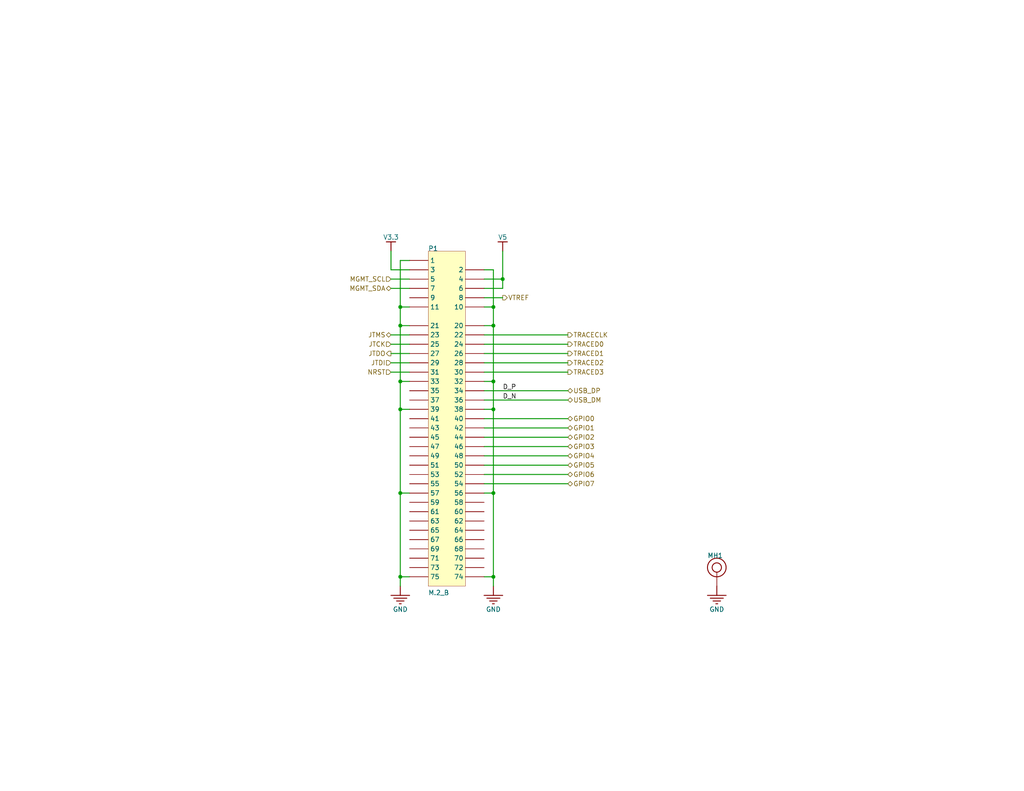
<source format=kicad_sch>
(kicad_sch (version 20231120) (generator "eeschema") (generator_version "8.0")
  (paper "A")
  (lib_symbols
    (symbol "target-altium-import:GND_POWER_GROUND" (power)
      (property "Reference" "#PWR" (at 0 0 0))
      (property "Value" "GND" (at 0 6.35 0))
      (symbol "GND_POWER_GROUND_0_0"
        (polyline (pts (xy -2.54 -2.54) (xy 2.54 -2.54)) (stroke (width 0.254)))
        (polyline (pts (xy -1.778 -3.302) (xy 1.778 -3.302)) (stroke (width 0.254)))
        (polyline (pts (xy -1.016 -4.064) (xy 1.016 -4.064)) (stroke (width 0.254)))
        (polyline (pts (xy -0.254 -4.826) (xy 0.254 -4.826)) (stroke (width 0.254)))
        (polyline (pts (xy 0 0) (xy 0 -2.54)) (stroke (width 0.254)))
        (pin power_in line (at 0 0 0) (length 0) hide (name "GND") (number ""))
      )
    )
    (symbol "target-altium-import:V3.3_BAR" (power)
      (property "Reference" "#PWR" (at 0 0 0))
      (property "Value" "V3.3" (at 0 3.81 0))
      (symbol "V3.3_BAR_0_0"
        (polyline (pts (xy -1.27 -2.54) (xy 1.27 -2.54)) (stroke (width 0.254)))
        (polyline (pts (xy 0 0) (xy 0 -2.54)) (stroke (width 0.254)))
        (pin power_in line (at 0 0 0) (length 0) hide (name "V3.3") (number ""))
      )
    )
    (symbol "target-altium-import:V5_BAR" (power)
      (property "Reference" "#PWR" (at 0 0 0))
      (property "Value" "V5" (at 0 3.81 0))
      (symbol "V5_BAR_0_0"
        (polyline (pts (xy -1.27 -2.54) (xy 1.27 -2.54)) (stroke (width 0.254)))
        (polyline (pts (xy 0 0) (xy 0 -2.54)) (stroke (width 0.254)))
        (pin power_in line (at 0 0 0) (length 0) hide (name "V5") (number ""))
      )
    )
    (symbol "target-altium-import:root_0_M.2_B"
      (symbol "root_0_M.2_B_1_0"
        (rectangle (start 5.08 43.18) (end -5.08 -48.26) (stroke (width 0.0254) (color 128 0 0 1)) (fill (type background)))
        (pin passive line (at -10.16 40.64 0) (length 5.08) (name "1") (number "1"))
        (pin passive line (at 10.16 27.94 180) (length 5.08) (name "10") (number "10"))
        (pin passive line (at -10.16 27.94 0) (length 5.08) (name "11") (number "11"))
        (pin passive line (at 10.16 38.1 180) (length 5.08) (name "2") (number "2"))
        (pin passive line (at 10.16 22.86 180) (length 5.08) (name "20") (number "20"))
        (pin passive line (at -10.16 22.86 0) (length 5.08) (name "21") (number "21"))
        (pin passive line (at 10.16 20.32 180) (length 5.08) (name "22") (number "22"))
        (pin passive line (at -10.16 20.32 0) (length 5.08) (name "23") (number "23"))
        (pin passive line (at 10.16 17.78 180) (length 5.08) (name "24") (number "24"))
        (pin passive line (at -10.16 17.78 0) (length 5.08) (name "25") (number "25"))
        (pin passive line (at 10.16 15.24 180) (length 5.08) (name "26") (number "26"))
        (pin passive line (at -10.16 15.24 0) (length 5.08) (name "27") (number "27"))
        (pin passive line (at 10.16 12.7 180) (length 5.08) (name "28") (number "28"))
        (pin passive line (at -10.16 12.7 0) (length 5.08) (name "29") (number "29"))
        (pin passive line (at -10.16 38.1 0) (length 5.08) (name "3") (number "3"))
        (pin passive line (at 10.16 10.16 180) (length 5.08) (name "30") (number "30"))
        (pin passive line (at -10.16 10.16 0) (length 5.08) (name "31") (number "31"))
        (pin passive line (at 10.16 7.62 180) (length 5.08) (name "32") (number "32"))
        (pin passive line (at -10.16 7.62 0) (length 5.08) (name "33") (number "33"))
        (pin passive line (at 10.16 5.08 180) (length 5.08) (name "34") (number "34"))
        (pin passive line (at -10.16 5.08 0) (length 5.08) (name "35") (number "35"))
        (pin passive line (at 10.16 2.54 180) (length 5.08) (name "36") (number "36"))
        (pin passive line (at -10.16 2.54 0) (length 5.08) (name "37") (number "37"))
        (pin passive line (at 10.16 0 180) (length 5.08) (name "38") (number "38"))
        (pin passive line (at -10.16 0 0) (length 5.08) (name "39") (number "39"))
        (pin passive line (at 10.16 35.56 180) (length 5.08) (name "4") (number "4"))
        (pin passive line (at 10.16 -2.54 180) (length 5.08) (name "40") (number "40"))
        (pin passive line (at -10.16 -2.54 0) (length 5.08) (name "41") (number "41"))
        (pin passive line (at 10.16 -5.08 180) (length 5.08) (name "42") (number "42"))
        (pin passive line (at -10.16 -5.08 0) (length 5.08) (name "43") (number "43"))
        (pin passive line (at 10.16 -7.62 180) (length 5.08) (name "44") (number "44"))
        (pin passive line (at -10.16 -7.62 0) (length 5.08) (name "45") (number "45"))
        (pin passive line (at 10.16 -10.16 180) (length 5.08) (name "46") (number "46"))
        (pin passive line (at -10.16 -10.16 0) (length 5.08) (name "47") (number "47"))
        (pin passive line (at 10.16 -12.7 180) (length 5.08) (name "48") (number "48"))
        (pin passive line (at -10.16 -12.7 0) (length 5.08) (name "49") (number "49"))
        (pin passive line (at -10.16 35.56 0) (length 5.08) (name "5") (number "5"))
        (pin passive line (at 10.16 -15.24 180) (length 5.08) (name "50") (number "50"))
        (pin passive line (at -10.16 -15.24 0) (length 5.08) (name "51") (number "51"))
        (pin passive line (at 10.16 -17.78 180) (length 5.08) (name "52") (number "52"))
        (pin passive line (at -10.16 -17.78 0) (length 5.08) (name "53") (number "53"))
        (pin passive line (at 10.16 -20.32 180) (length 5.08) (name "54") (number "54"))
        (pin passive line (at -10.16 -20.32 0) (length 5.08) (name "55") (number "55"))
        (pin passive line (at 10.16 -22.86 180) (length 5.08) (name "56") (number "56"))
        (pin passive line (at -10.16 -22.86 0) (length 5.08) (name "57") (number "57"))
        (pin passive line (at 10.16 -25.4 180) (length 5.08) (name "58") (number "58"))
        (pin passive line (at -10.16 -25.4 0) (length 5.08) (name "59") (number "59"))
        (pin passive line (at 10.16 33.02 180) (length 5.08) (name "6") (number "6"))
        (pin passive line (at 10.16 -27.94 180) (length 5.08) (name "60") (number "60"))
        (pin passive line (at -10.16 -27.94 0) (length 5.08) (name "61") (number "61"))
        (pin passive line (at 10.16 -30.48 180) (length 5.08) (name "62") (number "62"))
        (pin passive line (at -10.16 -30.48 0) (length 5.08) (name "63") (number "63"))
        (pin passive line (at 10.16 -33.02 180) (length 5.08) (name "64") (number "64"))
        (pin passive line (at -10.16 -33.02 0) (length 5.08) (name "65") (number "65"))
        (pin passive line (at 10.16 -35.56 180) (length 5.08) (name "66") (number "66"))
        (pin passive line (at -10.16 -35.56 0) (length 5.08) (name "67") (number "67"))
        (pin passive line (at 10.16 -38.1 180) (length 5.08) (name "68") (number "68"))
        (pin passive line (at -10.16 -38.1 0) (length 5.08) (name "69") (number "69"))
        (pin passive line (at -10.16 33.02 0) (length 5.08) (name "7") (number "7"))
        (pin passive line (at 10.16 -40.64 180) (length 5.08) (name "70") (number "70"))
        (pin passive line (at -10.16 -40.64 0) (length 5.08) (name "71") (number "71"))
        (pin passive line (at 10.16 -43.18 180) (length 5.08) (name "72") (number "72"))
        (pin passive line (at -10.16 -43.18 0) (length 5.08) (name "73") (number "73"))
        (pin passive line (at 10.16 -45.72 180) (length 5.08) (name "74") (number "74"))
        (pin passive line (at -10.16 -45.72 0) (length 5.08) (name "75") (number "75"))
        (pin passive line (at 10.16 30.48 180) (length 5.08) (name "8") (number "8"))
        (pin passive line (at -10.16 30.48 0) (length 5.08) (name "9") (number "9"))
      )
    )
    (symbol "target-altium-import:root_1_Mounting_Hole"
      (symbol "root_1_Mounting_Hole_1_0"
        (circle (center 0 0) (radius 1.27) (stroke (width 0.254)))
        (circle (center 0 0) (radius 2.54) (stroke (width 0.254)))
        (pin passive line (at 0 -5.08 90) (length 3.81) (name "") (number "1"))
      )
    )
  )
  (junction (at 109.22 111.76))
  (junction (at 134.62 111.76))
  (junction (at 137.16 76.2))
  (junction (at 134.62 157.48))
  (junction (at 109.22 104.14))
  (junction (at 134.62 104.14))
  (junction (at 109.22 83.82))
  (junction (at 134.62 134.62))
  (junction (at 109.22 134.62))
  (junction (at 134.62 83.82))
  (junction (at 109.22 88.9))
  (junction (at 109.22 157.48))
  (junction (at 134.62 88.9))
  (wire (pts (xy 134.62 83.82) (xy 134.62 73.66)) (stroke (width 0.254)))
  (wire (pts (xy 106.68 73.66) (xy 111.76 73.66)) (stroke (width 0.254)))
  (wire (pts (xy 134.62 134.62) (xy 134.62 111.76)) (stroke (width 0.254)))
  (wire (pts (xy 154.94 132.08) (xy 132.08 132.08)) (stroke (width 0.254)))
  (wire (pts (xy 109.22 83.82) (xy 109.22 71.12)) (stroke (width 0.254)))
  (wire (pts (xy 134.62 73.66) (xy 132.08 73.66)) (stroke (width 0.254)))
  (wire (pts (xy 106.68 68.58) (xy 106.68 73.66)) (stroke (width 0.254)))
  (wire (pts (xy 111.76 134.62) (xy 109.22 134.62)) (stroke (width 0.254)))
  (wire (pts (xy 154.94 116.84) (xy 132.08 116.84)) (stroke (width 0.254)))
  (wire (pts (xy 109.22 104.14) (xy 111.76 104.14)) (stroke (width 0.254)))
  (wire (pts (xy 109.22 160.02) (xy 109.22 157.48)) (stroke (width 0.254)))
  (wire (pts (xy 132.08 134.62) (xy 134.62 134.62)) (stroke (width 0.254)))
  (wire (pts (xy 154.94 127) (xy 132.08 127)) (stroke (width 0.254)))
  (wire (pts (xy 132.08 78.74) (xy 137.16 78.74)) (stroke (width 0.254)))
  (wire (pts (xy 154.94 93.98) (xy 132.08 93.98)) (stroke (width 0.254)))
  (wire (pts (xy 132.08 157.48) (xy 134.62 157.48)) (stroke (width 0.254)))
  (wire (pts (xy 106.68 99.06) (xy 111.76 99.06)) (stroke (width 0.254)))
  (wire (pts (xy 154.94 124.46) (xy 132.08 124.46)) (stroke (width 0.254)))
  (wire (pts (xy 154.94 99.06) (xy 132.08 99.06)) (stroke (width 0.254)))
  (wire (pts (xy 109.22 134.62) (xy 109.22 111.76)) (stroke (width 0.254)))
  (wire (pts (xy 134.62 111.76) (xy 134.62 104.14)) (stroke (width 0.254)))
  (wire (pts (xy 109.22 104.14) (xy 109.22 88.9)) (stroke (width 0.254)))
  (wire (pts (xy 106.68 78.74) (xy 111.76 78.74)) (stroke (width 0.254)))
  (wire (pts (xy 134.62 104.14) (xy 134.62 88.9)) (stroke (width 0.254)))
  (wire (pts (xy 137.16 76.2) (xy 137.16 68.58)) (stroke (width 0.254)))
  (wire (pts (xy 132.08 83.82) (xy 134.62 83.82)) (stroke (width 0.254)))
  (wire (pts (xy 134.62 157.48) (xy 134.62 134.62)) (stroke (width 0.254)))
  (wire (pts (xy 109.22 111.76) (xy 109.22 104.14)) (stroke (width 0.254)))
  (wire (pts (xy 154.94 101.6) (xy 132.08 101.6)) (stroke (width 0.254)))
  (wire (pts (xy 134.62 88.9) (xy 134.62 83.82)) (stroke (width 0.254)))
  (wire (pts (xy 154.94 121.92) (xy 132.08 121.92)) (stroke (width 0.254)))
  (wire (pts (xy 154.94 91.44) (xy 132.08 91.44)) (stroke (width 0.254)))
  (wire (pts (xy 106.68 101.6) (xy 111.76 101.6)) (stroke (width 0.254)))
  (wire (pts (xy 137.16 78.74) (xy 137.16 76.2)) (stroke (width 0.254)))
  (wire (pts (xy 106.68 96.52) (xy 111.76 96.52)) (stroke (width 0.254)))
  (wire (pts (xy 109.22 83.82) (xy 111.76 83.82)) (stroke (width 0.254)))
  (wire (pts (xy 154.94 109.22) (xy 132.08 109.22)) (stroke (width 0.254)))
  (wire (pts (xy 132.08 104.14) (xy 134.62 104.14)) (stroke (width 0.254)))
  (wire (pts (xy 132.08 76.2) (xy 137.16 76.2)) (stroke (width 0.254)))
  (wire (pts (xy 132.08 111.76) (xy 134.62 111.76)) (stroke (width 0.254)))
  (wire (pts (xy 132.08 88.9) (xy 134.62 88.9)) (stroke (width 0.254)))
  (wire (pts (xy 109.22 88.9) (xy 111.76 88.9)) (stroke (width 0.254)))
  (wire (pts (xy 132.08 81.28) (xy 137.16 81.28)) (stroke (width 0.254)))
  (wire (pts (xy 134.62 160.02) (xy 134.62 157.48)) (stroke (width 0.254)))
  (wire (pts (xy 106.68 93.98) (xy 111.76 93.98)) (stroke (width 0.254)))
  (wire (pts (xy 154.94 119.38) (xy 132.08 119.38)) (stroke (width 0.254)))
  (wire (pts (xy 109.22 71.12) (xy 111.76 71.12)) (stroke (width 0.254)))
  (wire (pts (xy 154.94 106.68) (xy 132.08 106.68)) (stroke (width 0.254)))
  (wire (pts (xy 109.22 88.9) (xy 109.22 83.82)) (stroke (width 0.254)))
  (wire (pts (xy 106.68 76.2) (xy 111.76 76.2)) (stroke (width 0.254)))
  (wire (pts (xy 154.94 129.54) (xy 132.08 129.54)) (stroke (width 0.254)))
  (wire (pts (xy 111.76 157.48) (xy 109.22 157.48)) (stroke (width 0.254)))
  (wire (pts (xy 111.76 111.76) (xy 109.22 111.76)) (stroke (width 0.254)))
  (wire (pts (xy 106.68 91.44) (xy 111.76 91.44)) (stroke (width 0.254)))
  (wire (pts (xy 109.22 157.48) (xy 109.22 134.62)) (stroke (width 0.254)))
  (wire (pts (xy 154.94 114.3) (xy 132.08 114.3)) (stroke (width 0.254)))
  (wire (pts (xy 154.94 96.52) (xy 132.08 96.52)) (stroke (width 0.254)))
  (label "D_P" (at 137.16 106.68 0))
  (label "D_N" (at 137.16 109.22 0))
  (hierarchical_label "TRACED0" (shape output) (at 154.94 93.98 0))
  (hierarchical_label "JTMS" (shape bidirectional) (at 106.68 91.44 180))
  (hierarchical_label "GPIO4" (shape bidirectional) (at 154.94 124.46 0))
  (hierarchical_label "GPIO5" (shape bidirectional) (at 154.94 127 0))
  (hierarchical_label "GPIO2" (shape bidirectional) (at 154.94 119.38 0))
  (hierarchical_label "VTREF" (shape output) (at 137.16 81.28 0))
  (hierarchical_label "GPIO6" (shape bidirectional) (at 154.94 129.54 0))
  (hierarchical_label "USB_DP" (shape bidirectional) (at 154.94 106.68 0))
  (hierarchical_label "JTDO" (shape output) (at 106.68 96.52 180))
  (hierarchical_label "TRACED3" (shape output) (at 154.94 101.6 0))
  (hierarchical_label "JTDI" (shape input) (at 106.68 99.06 180))
  (hierarchical_label "GPIO0" (shape bidirectional) (at 154.94 114.3 0))
  (hierarchical_label "GPIO3" (shape bidirectional) (at 154.94 121.92 0))
  (hierarchical_label "JTCK" (shape input) (at 106.68 93.98 180))
  (hierarchical_label "TRACED1" (shape output) (at 154.94 96.52 0))
  (hierarchical_label "GPIO7" (shape bidirectional) (at 154.94 132.08 0))
  (hierarchical_label "TRACECLK" (shape output) (at 154.94 91.44 0))
  (hierarchical_label "NRST" (shape input) (at 106.68 101.6 180))
  (hierarchical_label "TRACED2" (shape output) (at 154.94 99.06 0))
  (hierarchical_label "GPIO1" (shape bidirectional) (at 154.94 116.84 0))
  (hierarchical_label "USB_DM" (shape bidirectional) (at 154.94 109.22 0))
  (hierarchical_label "MGMT_SDA" (shape bidirectional) (at 106.68 78.74 180))
  (hierarchical_label "MGMT_SCL" (shape input) (at 106.68 76.2 180))
  (symbol (lib_id "target-altium-import:root_1_Mounting_Hole") (at 195.58 154.94 0) (unit 1)
    (property "Reference" "MH1" (at 193.04 152.4 0) (effects (justify left bottom)))
    (property "Value" "Mounting_Hole" (effects (hide yes)))
    (property "Footprint" "WA-SMSI_M2.5" (effects (hide yes)))
  )
  (symbol (lib_id "target-altium-import:V3.3_BAR") (at 106.68 68.58 180) (unit 1)
    (property "Reference" "#PWR?" (effects (hide yes)))
    (property "Value" "V3.3" (at 106.68 64.77 0))
  )
  (symbol (lib_id "target-altium-import:V5_BAR") (at 137.16 68.58 180) (unit 1)
    (property "Reference" "#PWR?" (effects (hide yes)))
    (property "Value" "V5" (at 137.16 64.77 0))
  )
  (symbol (lib_id "target-altium-import:GND_POWER_GROUND") (at 195.58 160.02 0) (unit 1)
    (property "Reference" "#PWR?" (effects (hide yes)))
    (property "Value" "GND" (at 195.58 166.37 0))
  )
  (symbol (lib_id "target-altium-import:GND_POWER_GROUND") (at 134.62 160.02 0) (unit 1)
    (property "Reference" "#PWR?" (effects (hide yes)))
    (property "Value" "GND" (at 134.62 166.37 0))
  )
  (symbol (lib_id "target-altium-import:root_0_M.2_B") (at 121.92 111.76 0) (unit 1)
    (property "Reference" "P1" (at 116.84 68.58 0) (effects (justify left bottom)))
    (property "Value" "M.2_B" (at 116.84 162.56 0) (effects (justify left bottom)))
    (property "Footprint" "M.2_B" (effects (hide yes)))
  )
  (symbol (lib_id "target-altium-import:GND_POWER_GROUND") (at 109.22 160.02 0) (unit 1)
    (property "Reference" "#PWR?" (effects (hide yes)))
    (property "Value" "GND" (at 109.22 166.37 0))
  )
)
</source>
